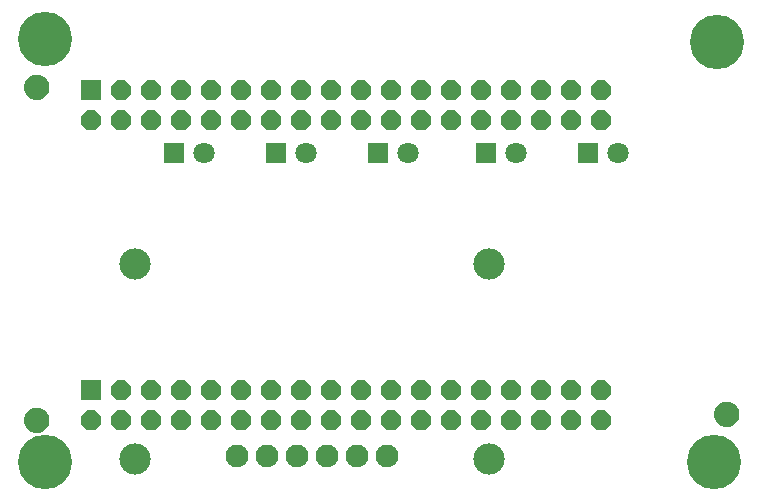
<source format=gbr>
G04 EAGLE Gerber RS-274X export*
G75*
%MOMM*%
%FSLAX34Y34*%
%LPD*%
%INSoldermask Bottom*%
%IPPOS*%
%AMOC8*
5,1,8,0,0,1.08239X$1,22.5*%
G01*
%ADD10R,1.676400X1.676400*%
%ADD11P,1.814519X8X22.500000*%
%ADD12R,1.803400X1.803400*%
%ADD13C,1.803400*%
%ADD14C,4.597400*%
%ADD15C,1.930400*%
%ADD16C,2.652400*%
%ADD17C,0.609600*%
%ADD18C,1.168400*%


D10*
X71800Y345700D03*
D11*
X71800Y320300D03*
X97200Y345700D03*
X97200Y320300D03*
X122600Y345700D03*
X122600Y320300D03*
X148000Y345700D03*
X148000Y320300D03*
X173400Y345700D03*
X173400Y320300D03*
X198800Y345700D03*
X198800Y320300D03*
X224200Y345700D03*
X224200Y320300D03*
X249600Y345700D03*
X249600Y320300D03*
X275000Y345700D03*
X275000Y320300D03*
X300400Y345700D03*
X300400Y320300D03*
X325800Y345700D03*
X325800Y320300D03*
X351200Y345700D03*
X351200Y320300D03*
X376600Y345700D03*
X376600Y320300D03*
X402000Y345700D03*
X402000Y320300D03*
X427400Y345700D03*
X427400Y320300D03*
X452800Y345700D03*
X452800Y320300D03*
X478200Y345700D03*
X478200Y320300D03*
X503600Y345700D03*
X503600Y320300D03*
D10*
X71800Y91700D03*
D11*
X71800Y66300D03*
X97200Y91700D03*
X97200Y66300D03*
X122600Y91700D03*
X122600Y66300D03*
X148000Y91700D03*
X148000Y66300D03*
X173400Y91700D03*
X173400Y66300D03*
X198800Y91700D03*
X198800Y66300D03*
X224200Y91700D03*
X224200Y66300D03*
X249600Y91700D03*
X249600Y66300D03*
X275000Y91700D03*
X275000Y66300D03*
X300400Y91700D03*
X300400Y66300D03*
X325800Y91700D03*
X325800Y66300D03*
X351200Y91700D03*
X351200Y66300D03*
X376600Y91700D03*
X376600Y66300D03*
X402000Y91700D03*
X402000Y66300D03*
X427400Y91700D03*
X427400Y66300D03*
X452800Y91700D03*
X452800Y66300D03*
X478200Y91700D03*
X478200Y66300D03*
X503600Y91700D03*
X503600Y66300D03*
D12*
X142240Y292100D03*
D13*
X167640Y292100D03*
D14*
X33020Y388620D03*
D15*
X322400Y35240D03*
X297000Y35240D03*
X271600Y35240D03*
X246200Y35240D03*
X220800Y35240D03*
X195400Y35240D03*
D16*
X108900Y32700D03*
X108900Y197700D03*
X408900Y197700D03*
X408900Y32700D03*
D12*
X228600Y292100D03*
D13*
X254000Y292100D03*
D12*
X314960Y292100D03*
D13*
X340360Y292100D03*
D12*
X406400Y292100D03*
D13*
X431800Y292100D03*
D12*
X492760Y292100D03*
D13*
X518160Y292100D03*
D14*
X33020Y30480D03*
X599440Y30480D03*
X601980Y386080D03*
D17*
X17780Y66040D02*
X17782Y66227D01*
X17789Y66414D01*
X17801Y66601D01*
X17817Y66787D01*
X17837Y66973D01*
X17862Y67158D01*
X17892Y67343D01*
X17926Y67527D01*
X17965Y67710D01*
X18008Y67892D01*
X18056Y68072D01*
X18108Y68252D01*
X18165Y68430D01*
X18225Y68607D01*
X18291Y68782D01*
X18360Y68956D01*
X18434Y69128D01*
X18512Y69298D01*
X18594Y69466D01*
X18680Y69632D01*
X18770Y69796D01*
X18864Y69957D01*
X18962Y70117D01*
X19064Y70273D01*
X19170Y70428D01*
X19280Y70579D01*
X19393Y70728D01*
X19510Y70874D01*
X19630Y71017D01*
X19754Y71157D01*
X19881Y71294D01*
X20012Y71428D01*
X20146Y71559D01*
X20283Y71686D01*
X20423Y71810D01*
X20566Y71930D01*
X20712Y72047D01*
X20861Y72160D01*
X21012Y72270D01*
X21167Y72376D01*
X21323Y72478D01*
X21483Y72576D01*
X21644Y72670D01*
X21808Y72760D01*
X21974Y72846D01*
X22142Y72928D01*
X22312Y73006D01*
X22484Y73080D01*
X22658Y73149D01*
X22833Y73215D01*
X23010Y73275D01*
X23188Y73332D01*
X23368Y73384D01*
X23548Y73432D01*
X23730Y73475D01*
X23913Y73514D01*
X24097Y73548D01*
X24282Y73578D01*
X24467Y73603D01*
X24653Y73623D01*
X24839Y73639D01*
X25026Y73651D01*
X25213Y73658D01*
X25400Y73660D01*
X25587Y73658D01*
X25774Y73651D01*
X25961Y73639D01*
X26147Y73623D01*
X26333Y73603D01*
X26518Y73578D01*
X26703Y73548D01*
X26887Y73514D01*
X27070Y73475D01*
X27252Y73432D01*
X27432Y73384D01*
X27612Y73332D01*
X27790Y73275D01*
X27967Y73215D01*
X28142Y73149D01*
X28316Y73080D01*
X28488Y73006D01*
X28658Y72928D01*
X28826Y72846D01*
X28992Y72760D01*
X29156Y72670D01*
X29317Y72576D01*
X29477Y72478D01*
X29633Y72376D01*
X29788Y72270D01*
X29939Y72160D01*
X30088Y72047D01*
X30234Y71930D01*
X30377Y71810D01*
X30517Y71686D01*
X30654Y71559D01*
X30788Y71428D01*
X30919Y71294D01*
X31046Y71157D01*
X31170Y71017D01*
X31290Y70874D01*
X31407Y70728D01*
X31520Y70579D01*
X31630Y70428D01*
X31736Y70273D01*
X31838Y70117D01*
X31936Y69957D01*
X32030Y69796D01*
X32120Y69632D01*
X32206Y69466D01*
X32288Y69298D01*
X32366Y69128D01*
X32440Y68956D01*
X32509Y68782D01*
X32575Y68607D01*
X32635Y68430D01*
X32692Y68252D01*
X32744Y68072D01*
X32792Y67892D01*
X32835Y67710D01*
X32874Y67527D01*
X32908Y67343D01*
X32938Y67158D01*
X32963Y66973D01*
X32983Y66787D01*
X32999Y66601D01*
X33011Y66414D01*
X33018Y66227D01*
X33020Y66040D01*
X33018Y65853D01*
X33011Y65666D01*
X32999Y65479D01*
X32983Y65293D01*
X32963Y65107D01*
X32938Y64922D01*
X32908Y64737D01*
X32874Y64553D01*
X32835Y64370D01*
X32792Y64188D01*
X32744Y64008D01*
X32692Y63828D01*
X32635Y63650D01*
X32575Y63473D01*
X32509Y63298D01*
X32440Y63124D01*
X32366Y62952D01*
X32288Y62782D01*
X32206Y62614D01*
X32120Y62448D01*
X32030Y62284D01*
X31936Y62123D01*
X31838Y61963D01*
X31736Y61807D01*
X31630Y61652D01*
X31520Y61501D01*
X31407Y61352D01*
X31290Y61206D01*
X31170Y61063D01*
X31046Y60923D01*
X30919Y60786D01*
X30788Y60652D01*
X30654Y60521D01*
X30517Y60394D01*
X30377Y60270D01*
X30234Y60150D01*
X30088Y60033D01*
X29939Y59920D01*
X29788Y59810D01*
X29633Y59704D01*
X29477Y59602D01*
X29317Y59504D01*
X29156Y59410D01*
X28992Y59320D01*
X28826Y59234D01*
X28658Y59152D01*
X28488Y59074D01*
X28316Y59000D01*
X28142Y58931D01*
X27967Y58865D01*
X27790Y58805D01*
X27612Y58748D01*
X27432Y58696D01*
X27252Y58648D01*
X27070Y58605D01*
X26887Y58566D01*
X26703Y58532D01*
X26518Y58502D01*
X26333Y58477D01*
X26147Y58457D01*
X25961Y58441D01*
X25774Y58429D01*
X25587Y58422D01*
X25400Y58420D01*
X25213Y58422D01*
X25026Y58429D01*
X24839Y58441D01*
X24653Y58457D01*
X24467Y58477D01*
X24282Y58502D01*
X24097Y58532D01*
X23913Y58566D01*
X23730Y58605D01*
X23548Y58648D01*
X23368Y58696D01*
X23188Y58748D01*
X23010Y58805D01*
X22833Y58865D01*
X22658Y58931D01*
X22484Y59000D01*
X22312Y59074D01*
X22142Y59152D01*
X21974Y59234D01*
X21808Y59320D01*
X21644Y59410D01*
X21483Y59504D01*
X21323Y59602D01*
X21167Y59704D01*
X21012Y59810D01*
X20861Y59920D01*
X20712Y60033D01*
X20566Y60150D01*
X20423Y60270D01*
X20283Y60394D01*
X20146Y60521D01*
X20012Y60652D01*
X19881Y60786D01*
X19754Y60923D01*
X19630Y61063D01*
X19510Y61206D01*
X19393Y61352D01*
X19280Y61501D01*
X19170Y61652D01*
X19064Y61807D01*
X18962Y61963D01*
X18864Y62123D01*
X18770Y62284D01*
X18680Y62448D01*
X18594Y62614D01*
X18512Y62782D01*
X18434Y62952D01*
X18360Y63124D01*
X18291Y63298D01*
X18225Y63473D01*
X18165Y63650D01*
X18108Y63828D01*
X18056Y64008D01*
X18008Y64188D01*
X17965Y64370D01*
X17926Y64553D01*
X17892Y64737D01*
X17862Y64922D01*
X17837Y65107D01*
X17817Y65293D01*
X17801Y65479D01*
X17789Y65666D01*
X17782Y65853D01*
X17780Y66040D01*
D18*
X25400Y66040D03*
D17*
X17780Y347980D02*
X17782Y348167D01*
X17789Y348354D01*
X17801Y348541D01*
X17817Y348727D01*
X17837Y348913D01*
X17862Y349098D01*
X17892Y349283D01*
X17926Y349467D01*
X17965Y349650D01*
X18008Y349832D01*
X18056Y350012D01*
X18108Y350192D01*
X18165Y350370D01*
X18225Y350547D01*
X18291Y350722D01*
X18360Y350896D01*
X18434Y351068D01*
X18512Y351238D01*
X18594Y351406D01*
X18680Y351572D01*
X18770Y351736D01*
X18864Y351897D01*
X18962Y352057D01*
X19064Y352213D01*
X19170Y352368D01*
X19280Y352519D01*
X19393Y352668D01*
X19510Y352814D01*
X19630Y352957D01*
X19754Y353097D01*
X19881Y353234D01*
X20012Y353368D01*
X20146Y353499D01*
X20283Y353626D01*
X20423Y353750D01*
X20566Y353870D01*
X20712Y353987D01*
X20861Y354100D01*
X21012Y354210D01*
X21167Y354316D01*
X21323Y354418D01*
X21483Y354516D01*
X21644Y354610D01*
X21808Y354700D01*
X21974Y354786D01*
X22142Y354868D01*
X22312Y354946D01*
X22484Y355020D01*
X22658Y355089D01*
X22833Y355155D01*
X23010Y355215D01*
X23188Y355272D01*
X23368Y355324D01*
X23548Y355372D01*
X23730Y355415D01*
X23913Y355454D01*
X24097Y355488D01*
X24282Y355518D01*
X24467Y355543D01*
X24653Y355563D01*
X24839Y355579D01*
X25026Y355591D01*
X25213Y355598D01*
X25400Y355600D01*
X25587Y355598D01*
X25774Y355591D01*
X25961Y355579D01*
X26147Y355563D01*
X26333Y355543D01*
X26518Y355518D01*
X26703Y355488D01*
X26887Y355454D01*
X27070Y355415D01*
X27252Y355372D01*
X27432Y355324D01*
X27612Y355272D01*
X27790Y355215D01*
X27967Y355155D01*
X28142Y355089D01*
X28316Y355020D01*
X28488Y354946D01*
X28658Y354868D01*
X28826Y354786D01*
X28992Y354700D01*
X29156Y354610D01*
X29317Y354516D01*
X29477Y354418D01*
X29633Y354316D01*
X29788Y354210D01*
X29939Y354100D01*
X30088Y353987D01*
X30234Y353870D01*
X30377Y353750D01*
X30517Y353626D01*
X30654Y353499D01*
X30788Y353368D01*
X30919Y353234D01*
X31046Y353097D01*
X31170Y352957D01*
X31290Y352814D01*
X31407Y352668D01*
X31520Y352519D01*
X31630Y352368D01*
X31736Y352213D01*
X31838Y352057D01*
X31936Y351897D01*
X32030Y351736D01*
X32120Y351572D01*
X32206Y351406D01*
X32288Y351238D01*
X32366Y351068D01*
X32440Y350896D01*
X32509Y350722D01*
X32575Y350547D01*
X32635Y350370D01*
X32692Y350192D01*
X32744Y350012D01*
X32792Y349832D01*
X32835Y349650D01*
X32874Y349467D01*
X32908Y349283D01*
X32938Y349098D01*
X32963Y348913D01*
X32983Y348727D01*
X32999Y348541D01*
X33011Y348354D01*
X33018Y348167D01*
X33020Y347980D01*
X33018Y347793D01*
X33011Y347606D01*
X32999Y347419D01*
X32983Y347233D01*
X32963Y347047D01*
X32938Y346862D01*
X32908Y346677D01*
X32874Y346493D01*
X32835Y346310D01*
X32792Y346128D01*
X32744Y345948D01*
X32692Y345768D01*
X32635Y345590D01*
X32575Y345413D01*
X32509Y345238D01*
X32440Y345064D01*
X32366Y344892D01*
X32288Y344722D01*
X32206Y344554D01*
X32120Y344388D01*
X32030Y344224D01*
X31936Y344063D01*
X31838Y343903D01*
X31736Y343747D01*
X31630Y343592D01*
X31520Y343441D01*
X31407Y343292D01*
X31290Y343146D01*
X31170Y343003D01*
X31046Y342863D01*
X30919Y342726D01*
X30788Y342592D01*
X30654Y342461D01*
X30517Y342334D01*
X30377Y342210D01*
X30234Y342090D01*
X30088Y341973D01*
X29939Y341860D01*
X29788Y341750D01*
X29633Y341644D01*
X29477Y341542D01*
X29317Y341444D01*
X29156Y341350D01*
X28992Y341260D01*
X28826Y341174D01*
X28658Y341092D01*
X28488Y341014D01*
X28316Y340940D01*
X28142Y340871D01*
X27967Y340805D01*
X27790Y340745D01*
X27612Y340688D01*
X27432Y340636D01*
X27252Y340588D01*
X27070Y340545D01*
X26887Y340506D01*
X26703Y340472D01*
X26518Y340442D01*
X26333Y340417D01*
X26147Y340397D01*
X25961Y340381D01*
X25774Y340369D01*
X25587Y340362D01*
X25400Y340360D01*
X25213Y340362D01*
X25026Y340369D01*
X24839Y340381D01*
X24653Y340397D01*
X24467Y340417D01*
X24282Y340442D01*
X24097Y340472D01*
X23913Y340506D01*
X23730Y340545D01*
X23548Y340588D01*
X23368Y340636D01*
X23188Y340688D01*
X23010Y340745D01*
X22833Y340805D01*
X22658Y340871D01*
X22484Y340940D01*
X22312Y341014D01*
X22142Y341092D01*
X21974Y341174D01*
X21808Y341260D01*
X21644Y341350D01*
X21483Y341444D01*
X21323Y341542D01*
X21167Y341644D01*
X21012Y341750D01*
X20861Y341860D01*
X20712Y341973D01*
X20566Y342090D01*
X20423Y342210D01*
X20283Y342334D01*
X20146Y342461D01*
X20012Y342592D01*
X19881Y342726D01*
X19754Y342863D01*
X19630Y343003D01*
X19510Y343146D01*
X19393Y343292D01*
X19280Y343441D01*
X19170Y343592D01*
X19064Y343747D01*
X18962Y343903D01*
X18864Y344063D01*
X18770Y344224D01*
X18680Y344388D01*
X18594Y344554D01*
X18512Y344722D01*
X18434Y344892D01*
X18360Y345064D01*
X18291Y345238D01*
X18225Y345413D01*
X18165Y345590D01*
X18108Y345768D01*
X18056Y345948D01*
X18008Y346128D01*
X17965Y346310D01*
X17926Y346493D01*
X17892Y346677D01*
X17862Y346862D01*
X17837Y347047D01*
X17817Y347233D01*
X17801Y347419D01*
X17789Y347606D01*
X17782Y347793D01*
X17780Y347980D01*
D18*
X25400Y347980D03*
D17*
X601980Y71120D02*
X601982Y71307D01*
X601989Y71494D01*
X602001Y71681D01*
X602017Y71867D01*
X602037Y72053D01*
X602062Y72238D01*
X602092Y72423D01*
X602126Y72607D01*
X602165Y72790D01*
X602208Y72972D01*
X602256Y73152D01*
X602308Y73332D01*
X602365Y73510D01*
X602425Y73687D01*
X602491Y73862D01*
X602560Y74036D01*
X602634Y74208D01*
X602712Y74378D01*
X602794Y74546D01*
X602880Y74712D01*
X602970Y74876D01*
X603064Y75037D01*
X603162Y75197D01*
X603264Y75353D01*
X603370Y75508D01*
X603480Y75659D01*
X603593Y75808D01*
X603710Y75954D01*
X603830Y76097D01*
X603954Y76237D01*
X604081Y76374D01*
X604212Y76508D01*
X604346Y76639D01*
X604483Y76766D01*
X604623Y76890D01*
X604766Y77010D01*
X604912Y77127D01*
X605061Y77240D01*
X605212Y77350D01*
X605367Y77456D01*
X605523Y77558D01*
X605683Y77656D01*
X605844Y77750D01*
X606008Y77840D01*
X606174Y77926D01*
X606342Y78008D01*
X606512Y78086D01*
X606684Y78160D01*
X606858Y78229D01*
X607033Y78295D01*
X607210Y78355D01*
X607388Y78412D01*
X607568Y78464D01*
X607748Y78512D01*
X607930Y78555D01*
X608113Y78594D01*
X608297Y78628D01*
X608482Y78658D01*
X608667Y78683D01*
X608853Y78703D01*
X609039Y78719D01*
X609226Y78731D01*
X609413Y78738D01*
X609600Y78740D01*
X609787Y78738D01*
X609974Y78731D01*
X610161Y78719D01*
X610347Y78703D01*
X610533Y78683D01*
X610718Y78658D01*
X610903Y78628D01*
X611087Y78594D01*
X611270Y78555D01*
X611452Y78512D01*
X611632Y78464D01*
X611812Y78412D01*
X611990Y78355D01*
X612167Y78295D01*
X612342Y78229D01*
X612516Y78160D01*
X612688Y78086D01*
X612858Y78008D01*
X613026Y77926D01*
X613192Y77840D01*
X613356Y77750D01*
X613517Y77656D01*
X613677Y77558D01*
X613833Y77456D01*
X613988Y77350D01*
X614139Y77240D01*
X614288Y77127D01*
X614434Y77010D01*
X614577Y76890D01*
X614717Y76766D01*
X614854Y76639D01*
X614988Y76508D01*
X615119Y76374D01*
X615246Y76237D01*
X615370Y76097D01*
X615490Y75954D01*
X615607Y75808D01*
X615720Y75659D01*
X615830Y75508D01*
X615936Y75353D01*
X616038Y75197D01*
X616136Y75037D01*
X616230Y74876D01*
X616320Y74712D01*
X616406Y74546D01*
X616488Y74378D01*
X616566Y74208D01*
X616640Y74036D01*
X616709Y73862D01*
X616775Y73687D01*
X616835Y73510D01*
X616892Y73332D01*
X616944Y73152D01*
X616992Y72972D01*
X617035Y72790D01*
X617074Y72607D01*
X617108Y72423D01*
X617138Y72238D01*
X617163Y72053D01*
X617183Y71867D01*
X617199Y71681D01*
X617211Y71494D01*
X617218Y71307D01*
X617220Y71120D01*
X617218Y70933D01*
X617211Y70746D01*
X617199Y70559D01*
X617183Y70373D01*
X617163Y70187D01*
X617138Y70002D01*
X617108Y69817D01*
X617074Y69633D01*
X617035Y69450D01*
X616992Y69268D01*
X616944Y69088D01*
X616892Y68908D01*
X616835Y68730D01*
X616775Y68553D01*
X616709Y68378D01*
X616640Y68204D01*
X616566Y68032D01*
X616488Y67862D01*
X616406Y67694D01*
X616320Y67528D01*
X616230Y67364D01*
X616136Y67203D01*
X616038Y67043D01*
X615936Y66887D01*
X615830Y66732D01*
X615720Y66581D01*
X615607Y66432D01*
X615490Y66286D01*
X615370Y66143D01*
X615246Y66003D01*
X615119Y65866D01*
X614988Y65732D01*
X614854Y65601D01*
X614717Y65474D01*
X614577Y65350D01*
X614434Y65230D01*
X614288Y65113D01*
X614139Y65000D01*
X613988Y64890D01*
X613833Y64784D01*
X613677Y64682D01*
X613517Y64584D01*
X613356Y64490D01*
X613192Y64400D01*
X613026Y64314D01*
X612858Y64232D01*
X612688Y64154D01*
X612516Y64080D01*
X612342Y64011D01*
X612167Y63945D01*
X611990Y63885D01*
X611812Y63828D01*
X611632Y63776D01*
X611452Y63728D01*
X611270Y63685D01*
X611087Y63646D01*
X610903Y63612D01*
X610718Y63582D01*
X610533Y63557D01*
X610347Y63537D01*
X610161Y63521D01*
X609974Y63509D01*
X609787Y63502D01*
X609600Y63500D01*
X609413Y63502D01*
X609226Y63509D01*
X609039Y63521D01*
X608853Y63537D01*
X608667Y63557D01*
X608482Y63582D01*
X608297Y63612D01*
X608113Y63646D01*
X607930Y63685D01*
X607748Y63728D01*
X607568Y63776D01*
X607388Y63828D01*
X607210Y63885D01*
X607033Y63945D01*
X606858Y64011D01*
X606684Y64080D01*
X606512Y64154D01*
X606342Y64232D01*
X606174Y64314D01*
X606008Y64400D01*
X605844Y64490D01*
X605683Y64584D01*
X605523Y64682D01*
X605367Y64784D01*
X605212Y64890D01*
X605061Y65000D01*
X604912Y65113D01*
X604766Y65230D01*
X604623Y65350D01*
X604483Y65474D01*
X604346Y65601D01*
X604212Y65732D01*
X604081Y65866D01*
X603954Y66003D01*
X603830Y66143D01*
X603710Y66286D01*
X603593Y66432D01*
X603480Y66581D01*
X603370Y66732D01*
X603264Y66887D01*
X603162Y67043D01*
X603064Y67203D01*
X602970Y67364D01*
X602880Y67528D01*
X602794Y67694D01*
X602712Y67862D01*
X602634Y68032D01*
X602560Y68204D01*
X602491Y68378D01*
X602425Y68553D01*
X602365Y68730D01*
X602308Y68908D01*
X602256Y69088D01*
X602208Y69268D01*
X602165Y69450D01*
X602126Y69633D01*
X602092Y69817D01*
X602062Y70002D01*
X602037Y70187D01*
X602017Y70373D01*
X602001Y70559D01*
X601989Y70746D01*
X601982Y70933D01*
X601980Y71120D01*
D18*
X609600Y71120D03*
M02*

</source>
